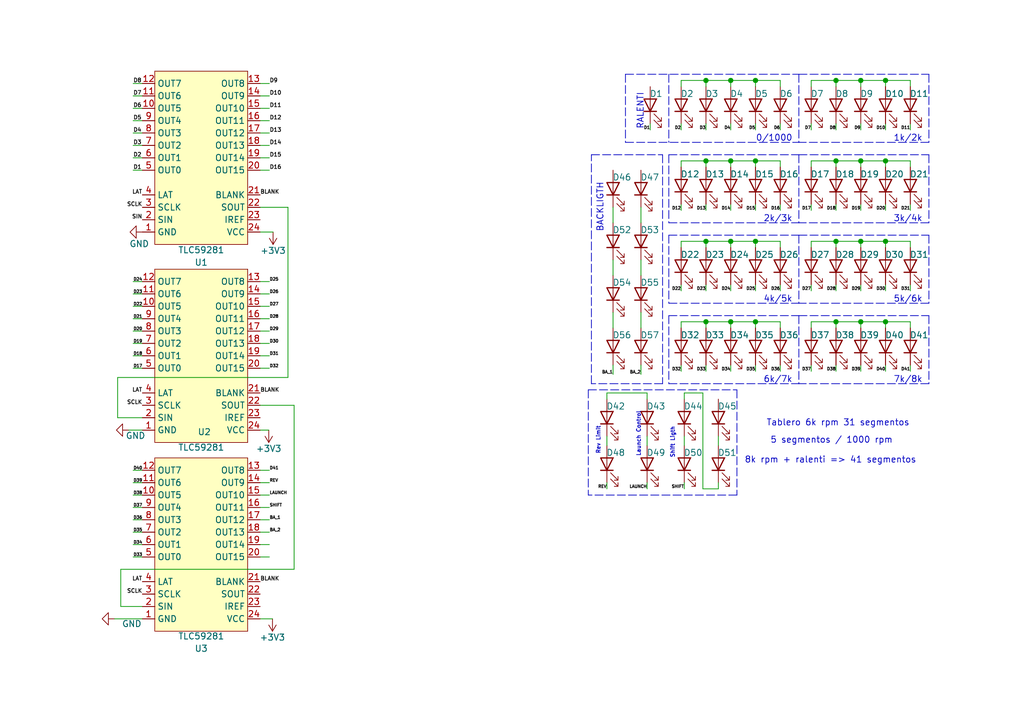
<source format=kicad_sch>
(kicad_sch (version 20210126) (generator eeschema)
  (paper "A5")
  (title_block (title "Tachometer ( 8k rpm max)"))
  (lib_symbols
    (symbol "DashDashv1:TLC59281"
      (property "Reference" "U" (at -8.89 -15.24 0))
      (property "Value" "TLC59281" (at -6.35 -17.78 0))
      (symbol "TLC59281_0_1"
        (rectangle (start -11.43 21.59) (end 7.62 -13.97) (stroke (width 0.1524)) (fill (type background)))
      )
      (symbol "TLC59281_1_1"
        (pin power_in line (at -13.97 19.05 0) (length 2.54) (name "GND") (number "1"))
        (pin output line (at -13.97 -6.35 0) (length 2.54) (name "OUT5") (number "10"))
        (pin output line (at -13.97 -8.89 0) (length 2.54) (name "OUT6") (number "11"))
        (pin output line (at -13.97 -11.43 0) (length 2.54) (name "OUT7") (number "12"))
        (pin output line (at 10.16 -11.43 180) (length 2.54) (name "OUT8") (number "13"))
        (pin output line (at 10.16 -8.89 180) (length 2.54) (name "OUT9") (number "14"))
        (pin output line (at 10.16 -6.35 180) (length 2.54) (name "OUT10") (number "15"))
        (pin output line (at 10.16 -3.81 180) (length 2.54) (name "OUT11") (number "16"))
        (pin output line (at 10.16 -1.27 180) (length 2.54) (name "OUT12") (number "17"))
        (pin output line (at 10.16 1.27 180) (length 2.54) (name "OUT13") (number "18"))
        (pin output line (at 10.16 3.81 180) (length 2.54) (name "OUT14") (number "19"))
        (pin input line (at -13.97 16.51 0) (length 2.54) (name "SIN") (number "2"))
        (pin output line (at 10.16 6.35 180) (length 2.54) (name "OUT15") (number "20"))
        (pin input line (at 10.16 11.43 180) (length 2.54) (name "BLANK") (number "21"))
        (pin output line (at 10.16 13.97 180) (length 2.54) (name "SOUT") (number "22"))
        (pin input line (at 10.16 16.51 180) (length 2.54) (name "IREF") (number "23"))
        (pin power_in line (at 10.16 19.05 180) (length 2.54) (name "VCC") (number "24"))
        (pin input line (at -13.97 13.97 0) (length 2.54) (name "SCLK") (number "3"))
        (pin input line (at -13.97 11.43 0) (length 2.54) (name "LAT") (number "4"))
        (pin output line (at -13.97 6.35 0) (length 2.54) (name "OUT0") (number "5"))
        (pin output line (at -13.97 3.81 0) (length 2.54) (name "OUT1") (number "6"))
        (pin output line (at -13.97 1.27 0) (length 2.54) (name "OUT2") (number "7"))
        (pin output line (at -13.97 -1.27 0) (length 2.54) (name "OUT3") (number "8"))
        (pin output line (at -13.97 -3.81 0) (length 2.54) (name "OUT4") (number "9"))
      )
    )
    (symbol "Device:LED" (pin_numbers hide) (pin_names (offset 1.016) hide)
      (property "Reference" "D" (at 0 2.54 0))
      (property "Value" "LED" (at 0 -2.54 0))
      (symbol "LED_0_1"
        (polyline (pts (xy -1.27 -1.27) (xy -1.27 1.27)) (stroke (width 0.254)))
        (polyline (pts (xy -1.27 0) (xy 1.27 0)))
        (polyline (pts (xy 1.27 -1.27) (xy 1.27 1.27) (xy -1.27 0) (xy 1.27 -1.27)) (stroke (width 0.254)))
        (polyline (pts (xy -3.048 -0.762) (xy -4.572 -2.286) (xy -3.81 -2.286) (xy -4.572 -2.286) (xy -4.572 -1.524)))
        (polyline (pts (xy -1.778 -0.762) (xy -3.302 -2.286) (xy -2.54 -2.286) (xy -3.302 -2.286) (xy -3.302 -1.524)))
      )
      (symbol "LED_1_1"
        (pin passive line (at -3.81 0 0) (length 2.54) (name "K") (number "1"))
        (pin passive line (at 3.81 0 180) (length 2.54) (name "A") (number "2"))
      )
    )
    (symbol "power:+3V3" (power) (pin_names (offset 0))
      (property "Value" "+3V3" (at 0 3.556 0))
      (symbol "+3V3_0_1"
        (polyline (pts (xy -0.762 1.27) (xy 0 2.54)))
        (polyline (pts (xy 0 0) (xy 0 2.54)))
        (polyline (pts (xy 0 2.54) (xy 0.762 1.27)))
      )
      (symbol "+3V3_1_1"
        (pin power_in line (at 0 0 90) (length 0) hide (name "+3V3") (number "1"))
      )
    )
    (symbol "power:GND" (power) (pin_names (offset 0))
      (property "Value" "GND" (at 0 -3.81 0))
      (symbol "GND_0_1"
        (polyline (pts (xy 0 0) (xy 0 -1.27) (xy 1.27 -1.27) (xy 0 -2.54) (xy -1.27 -1.27) (xy 0 -1.27)))
      )
      (symbol "GND_1_1"
        (pin power_in line (at 0 0 270) (length 0) hide (name "GND") (number "1"))
      )
    )
  )
  (junction (at 144.78 16.51) (diameter 0.9144))
  (junction (at 144.78 33.02) (diameter 0.9144))
  (junction (at 144.78 49.53) (diameter 0.9144))
  (junction (at 144.78 66.04) (diameter 0.9144))
  (junction (at 149.86 16.51) (diameter 0.9144))
  (junction (at 149.86 33.02) (diameter 0.9144))
  (junction (at 149.86 49.53) (diameter 0.9144))
  (junction (at 149.86 66.04) (diameter 0.9144))
  (junction (at 154.94 16.51) (diameter 0.9144))
  (junction (at 154.94 33.02) (diameter 0.9144))
  (junction (at 154.94 49.53) (diameter 0.9144))
  (junction (at 154.94 66.04) (diameter 0.9144))
  (junction (at 171.45 16.51) (diameter 0.9144))
  (junction (at 171.45 33.02) (diameter 0.9144))
  (junction (at 171.45 49.53) (diameter 0.9144))
  (junction (at 171.45 66.04) (diameter 0.9144))
  (junction (at 176.53 16.51) (diameter 0.9144))
  (junction (at 176.53 33.02) (diameter 0.9144))
  (junction (at 176.53 49.53) (diameter 0.9144))
  (junction (at 176.53 66.04) (diameter 0.9144))
  (junction (at 181.61 16.51) (diameter 0.9144))
  (junction (at 181.61 33.02) (diameter 0.9144))
  (junction (at 181.61 49.53) (diameter 0.9144))
  (junction (at 181.61 66.04) (diameter 0.9144))
  (wire (pts (xy 24.13 77.47) (xy 24.13 85.725)))
  (wire (pts (xy 24.13 85.725) (xy 29.21 85.725)))
  (wire (pts (xy 24.765 116.84) (xy 24.765 124.46)))
  (wire (pts (xy 24.765 116.84) (xy 60.325 116.84)))
  (wire (pts (xy 24.765 124.46) (xy 29.21 124.46)))
  (wire (pts (xy 29.21 17.145) (xy 27.305 17.145)))
  (wire (pts (xy 29.21 19.685) (xy 27.305 19.685)))
  (wire (pts (xy 29.21 22.225) (xy 27.305 22.225)))
  (wire (pts (xy 29.21 24.765) (xy 27.305 24.765)))
  (wire (pts (xy 29.21 27.305) (xy 27.305 27.305)))
  (wire (pts (xy 29.21 29.845) (xy 27.305 29.845)))
  (wire (pts (xy 29.21 32.385) (xy 27.305 32.385)))
  (wire (pts (xy 29.21 34.925) (xy 27.305 34.925)))
  (wire (pts (xy 29.21 57.785) (xy 27.305 57.785)))
  (wire (pts (xy 29.21 60.325) (xy 27.305 60.325)))
  (wire (pts (xy 29.21 62.865) (xy 27.305 62.865)))
  (wire (pts (xy 29.21 65.405) (xy 27.305 65.405)))
  (wire (pts (xy 29.21 67.945) (xy 27.305 67.945)))
  (wire (pts (xy 29.21 70.485) (xy 27.305 70.485)))
  (wire (pts (xy 29.21 73.025) (xy 27.305 73.025)))
  (wire (pts (xy 29.21 75.565) (xy 27.305 75.565)))
  (wire (pts (xy 29.21 88.265) (xy 26.416 88.265)))
  (wire (pts (xy 29.21 96.52) (xy 27.305 96.52)))
  (wire (pts (xy 29.21 99.06) (xy 27.305 99.06)))
  (wire (pts (xy 29.21 101.6) (xy 27.305 101.6)))
  (wire (pts (xy 29.21 104.14) (xy 27.305 104.14)))
  (wire (pts (xy 29.21 106.68) (xy 27.305 106.68)))
  (wire (pts (xy 29.21 109.22) (xy 27.305 109.22)))
  (wire (pts (xy 29.21 111.76) (xy 27.305 111.76)))
  (wire (pts (xy 29.21 114.3) (xy 27.305 114.3)))
  (wire (pts (xy 29.21 127) (xy 23.495 127)))
  (wire (pts (xy 53.34 42.545) (xy 59.055 42.545)))
  (wire (pts (xy 53.34 83.185) (xy 60.325 83.185)))
  (wire (pts (xy 55.118 88.265) (xy 53.34 88.265)))
  (wire (pts (xy 55.245 17.145) (xy 53.34 17.145)))
  (wire (pts (xy 55.245 19.685) (xy 53.34 19.685)))
  (wire (pts (xy 55.245 22.225) (xy 53.34 22.225)))
  (wire (pts (xy 55.245 24.765) (xy 53.34 24.765)))
  (wire (pts (xy 55.245 27.305) (xy 53.34 27.305)))
  (wire (pts (xy 55.245 29.845) (xy 53.34 29.845)))
  (wire (pts (xy 55.245 32.385) (xy 53.34 32.385)))
  (wire (pts (xy 55.245 34.925) (xy 53.34 34.925)))
  (wire (pts (xy 55.245 57.785) (xy 53.34 57.785)))
  (wire (pts (xy 55.245 60.325) (xy 53.34 60.325)))
  (wire (pts (xy 55.245 62.865) (xy 53.34 62.865)))
  (wire (pts (xy 55.245 65.405) (xy 53.34 65.405)))
  (wire (pts (xy 55.245 67.945) (xy 53.34 67.945)))
  (wire (pts (xy 55.245 70.485) (xy 53.34 70.485)))
  (wire (pts (xy 55.245 73.025) (xy 53.34 73.025)))
  (wire (pts (xy 55.245 75.565) (xy 53.34 75.565)))
  (wire (pts (xy 55.245 96.52) (xy 53.34 96.52)))
  (wire (pts (xy 55.245 99.06) (xy 53.34 99.06)))
  (wire (pts (xy 55.245 101.6) (xy 53.34 101.6)))
  (wire (pts (xy 55.245 104.14) (xy 53.34 104.14)))
  (wire (pts (xy 55.245 106.68) (xy 53.34 106.68)))
  (wire (pts (xy 55.245 109.22) (xy 53.34 109.22)))
  (wire (pts (xy 55.245 111.76) (xy 53.34 111.76)))
  (wire (pts (xy 55.245 114.3) (xy 53.34 114.3)))
  (wire (pts (xy 55.88 127) (xy 53.34 127)))
  (wire (pts (xy 56.007 47.625) (xy 53.34 47.625)))
  (wire (pts (xy 59.055 42.545) (xy 59.055 77.47)))
  (wire (pts (xy 59.055 77.47) (xy 24.13 77.47)))
  (wire (pts (xy 60.325 83.185) (xy 60.325 116.84)))
  (wire (pts (xy 124.46 80.645) (xy 124.46 81.915)))
  (wire (pts (xy 124.46 89.535) (xy 124.46 91.44)))
  (wire (pts (xy 124.46 99.06) (xy 124.46 100.33)))
  (wire (pts (xy 125.73 42.545) (xy 125.73 45.72)))
  (wire (pts (xy 125.73 53.34) (xy 125.73 56.515)))
  (wire (pts (xy 125.73 64.135) (xy 125.73 67.31)))
  (wire (pts (xy 125.73 74.93) (xy 125.73 76.835)))
  (wire (pts (xy 131.445 42.545) (xy 131.445 45.72)))
  (wire (pts (xy 131.445 53.34) (xy 131.445 56.515)))
  (wire (pts (xy 131.445 64.135) (xy 131.445 67.31)))
  (wire (pts (xy 131.445 74.93) (xy 131.445 76.835)))
  (wire (pts (xy 132.715 80.645) (xy 124.46 80.645)))
  (wire (pts (xy 132.715 81.915) (xy 132.715 80.645)))
  (wire (pts (xy 132.715 89.535) (xy 132.715 91.44)))
  (wire (pts (xy 132.715 99.06) (xy 132.715 100.33)))
  (wire (pts (xy 133.35 25.4) (xy 133.35 26.67)))
  (wire (pts (xy 139.7 16.51) (xy 144.78 16.51)))
  (wire (pts (xy 139.7 17.78) (xy 139.7 16.51)))
  (wire (pts (xy 139.7 25.4) (xy 139.7 26.67)))
  (wire (pts (xy 139.7 33.02) (xy 144.78 33.02)))
  (wire (pts (xy 139.7 34.29) (xy 139.7 33.02)))
  (wire (pts (xy 139.7 41.91) (xy 139.7 43.18)))
  (wire (pts (xy 139.7 49.53) (xy 144.78 49.53)))
  (wire (pts (xy 139.7 50.8) (xy 139.7 49.53)))
  (wire (pts (xy 139.7 58.42) (xy 139.7 59.69)))
  (wire (pts (xy 139.7 66.04) (xy 144.78 66.04)))
  (wire (pts (xy 139.7 67.31) (xy 139.7 66.04)))
  (wire (pts (xy 139.7 74.93) (xy 139.7 76.2)))
  (wire (pts (xy 140.335 80.645) (xy 140.335 81.915)))
  (wire (pts (xy 140.335 80.645) (xy 144.145 80.645)))
  (wire (pts (xy 140.335 89.535) (xy 140.335 91.44)))
  (wire (pts (xy 140.335 99.06) (xy 140.335 100.33)))
  (wire (pts (xy 144.145 100.33) (xy 144.145 80.645)))
  (wire (pts (xy 144.78 16.51) (xy 144.78 17.78)))
  (wire (pts (xy 144.78 16.51) (xy 149.86 16.51)))
  (wire (pts (xy 144.78 25.4) (xy 144.78 26.67)))
  (wire (pts (xy 144.78 33.02) (xy 144.78 34.29)))
  (wire (pts (xy 144.78 33.02) (xy 149.86 33.02)))
  (wire (pts (xy 144.78 41.91) (xy 144.78 43.18)))
  (wire (pts (xy 144.78 49.53) (xy 144.78 50.8)))
  (wire (pts (xy 144.78 49.53) (xy 149.86 49.53)))
  (wire (pts (xy 144.78 58.42) (xy 144.78 59.69)))
  (wire (pts (xy 144.78 66.04) (xy 144.78 67.31)))
  (wire (pts (xy 144.78 66.04) (xy 149.86 66.04)))
  (wire (pts (xy 144.78 74.93) (xy 144.78 76.2)))
  (wire (pts (xy 147.32 89.535) (xy 147.32 91.44)))
  (wire (pts (xy 147.32 99.06) (xy 147.32 100.33)))
  (wire (pts (xy 147.32 100.33) (xy 144.145 100.33)))
  (wire (pts (xy 149.86 16.51) (xy 149.86 17.78)))
  (wire (pts (xy 149.86 16.51) (xy 154.94 16.51)))
  (wire (pts (xy 149.86 25.4) (xy 149.86 26.67)))
  (wire (pts (xy 149.86 33.02) (xy 149.86 34.29)))
  (wire (pts (xy 149.86 33.02) (xy 154.94 33.02)))
  (wire (pts (xy 149.86 41.91) (xy 149.86 43.18)))
  (wire (pts (xy 149.86 49.53) (xy 154.94 49.53)))
  (wire (pts (xy 149.86 50.8) (xy 149.86 49.53)))
  (wire (pts (xy 149.86 58.42) (xy 149.86 59.69)))
  (wire (pts (xy 149.86 66.04) (xy 149.86 67.31)))
  (wire (pts (xy 149.86 66.04) (xy 154.94 66.04)))
  (wire (pts (xy 149.86 74.93) (xy 149.86 76.2)))
  (wire (pts (xy 154.94 16.51) (xy 154.94 17.78)))
  (wire (pts (xy 154.94 16.51) (xy 160.02 16.51)))
  (wire (pts (xy 154.94 25.4) (xy 154.94 26.67)))
  (wire (pts (xy 154.94 33.02) (xy 154.94 34.29)))
  (wire (pts (xy 154.94 33.02) (xy 160.02 33.02)))
  (wire (pts (xy 154.94 41.91) (xy 154.94 43.18)))
  (wire (pts (xy 154.94 49.53) (xy 154.94 50.8)))
  (wire (pts (xy 154.94 49.53) (xy 160.02 49.53)))
  (wire (pts (xy 154.94 58.42) (xy 154.94 59.69)))
  (wire (pts (xy 154.94 66.04) (xy 154.94 67.31)))
  (wire (pts (xy 154.94 66.04) (xy 160.02 66.04)))
  (wire (pts (xy 154.94 74.93) (xy 154.94 76.2)))
  (wire (pts (xy 160.02 16.51) (xy 160.02 17.78)))
  (wire (pts (xy 160.02 25.4) (xy 160.02 26.67)))
  (wire (pts (xy 160.02 33.02) (xy 160.02 34.29)))
  (wire (pts (xy 160.02 41.91) (xy 160.02 43.18)))
  (wire (pts (xy 160.02 49.53) (xy 160.02 50.8)))
  (wire (pts (xy 160.02 58.42) (xy 160.02 59.69)))
  (wire (pts (xy 160.02 66.04) (xy 160.02 67.31)))
  (wire (pts (xy 160.02 74.93) (xy 160.02 76.2)))
  (wire (pts (xy 166.37 16.51) (xy 171.45 16.51)))
  (wire (pts (xy 166.37 17.78) (xy 166.37 16.51)))
  (wire (pts (xy 166.37 25.4) (xy 166.37 26.67)))
  (wire (pts (xy 166.37 33.02) (xy 171.45 33.02)))
  (wire (pts (xy 166.37 34.29) (xy 166.37 33.02)))
  (wire (pts (xy 166.37 41.91) (xy 166.37 43.18)))
  (wire (pts (xy 166.37 49.53) (xy 171.45 49.53)))
  (wire (pts (xy 166.37 50.8) (xy 166.37 49.53)))
  (wire (pts (xy 166.37 58.42) (xy 166.37 59.69)))
  (wire (pts (xy 166.37 66.04) (xy 166.37 67.31)))
  (wire (pts (xy 166.37 66.04) (xy 171.45 66.04)))
  (wire (pts (xy 166.37 74.93) (xy 166.37 76.2)))
  (wire (pts (xy 171.45 16.51) (xy 171.45 17.78)))
  (wire (pts (xy 171.45 16.51) (xy 176.53 16.51)))
  (wire (pts (xy 171.45 25.4) (xy 171.45 26.67)))
  (wire (pts (xy 171.45 33.02) (xy 171.45 34.29)))
  (wire (pts (xy 171.45 33.02) (xy 176.53 33.02)))
  (wire (pts (xy 171.45 41.91) (xy 171.45 43.18)))
  (wire (pts (xy 171.45 49.53) (xy 171.45 50.8)))
  (wire (pts (xy 171.45 49.53) (xy 176.53 49.53)))
  (wire (pts (xy 171.45 58.42) (xy 171.45 59.69)))
  (wire (pts (xy 171.45 66.04) (xy 171.45 67.31)))
  (wire (pts (xy 171.45 66.04) (xy 176.53 66.04)))
  (wire (pts (xy 171.45 74.93) (xy 171.45 76.2)))
  (wire (pts (xy 176.53 16.51) (xy 176.53 17.78)))
  (wire (pts (xy 176.53 16.51) (xy 181.61 16.51)))
  (wire (pts (xy 176.53 25.4) (xy 176.53 26.67)))
  (wire (pts (xy 176.53 33.02) (xy 176.53 34.29)))
  (wire (pts (xy 176.53 33.02) (xy 181.61 33.02)))
  (wire (pts (xy 176.53 41.91) (xy 176.53 43.18)))
  (wire (pts (xy 176.53 49.53) (xy 176.53 50.8)))
  (wire (pts (xy 176.53 49.53) (xy 181.61 49.53)))
  (wire (pts (xy 176.53 58.42) (xy 176.53 59.69)))
  (wire (pts (xy 176.53 66.04) (xy 176.53 67.31)))
  (wire (pts (xy 176.53 66.04) (xy 181.61 66.04)))
  (wire (pts (xy 176.53 74.93) (xy 176.53 76.2)))
  (wire (pts (xy 181.61 16.51) (xy 181.61 17.78)))
  (wire (pts (xy 181.61 16.51) (xy 186.69 16.51)))
  (wire (pts (xy 181.61 25.4) (xy 181.61 26.67)))
  (wire (pts (xy 181.61 33.02) (xy 186.69 33.02)))
  (wire (pts (xy 181.61 34.29) (xy 181.61 33.02)))
  (wire (pts (xy 181.61 41.91) (xy 181.61 43.18)))
  (wire (pts (xy 181.61 49.53) (xy 181.61 50.8)))
  (wire (pts (xy 181.61 49.53) (xy 186.69 49.53)))
  (wire (pts (xy 181.61 58.42) (xy 181.61 59.69)))
  (wire (pts (xy 181.61 66.04) (xy 181.61 67.31)))
  (wire (pts (xy 181.61 66.04) (xy 186.69 66.04)))
  (wire (pts (xy 181.61 74.93) (xy 181.61 76.2)))
  (wire (pts (xy 186.69 16.51) (xy 186.69 17.78)))
  (wire (pts (xy 186.69 25.4) (xy 186.69 26.67)))
  (wire (pts (xy 186.69 33.02) (xy 186.69 34.29)))
  (wire (pts (xy 186.69 41.91) (xy 186.69 43.18)))
  (wire (pts (xy 186.69 49.53) (xy 186.69 50.8)))
  (wire (pts (xy 186.69 58.42) (xy 186.69 59.69)))
  (wire (pts (xy 186.69 66.04) (xy 186.69 67.31)))
  (wire (pts (xy 186.69 74.93) (xy 186.69 76.2)))
  (polyline (pts (xy 120.65 80.01) (xy 120.65 101.6)) (stroke (width 0) (type dash)))
  (polyline (pts (xy 120.65 80.01) (xy 151.13 80.01)) (stroke (width 0) (type dash)))
  (polyline (pts (xy 121.285 31.75) (xy 135.89 31.75)) (stroke (width 0) (type dash)))
  (polyline (pts (xy 121.285 78.74) (xy 121.285 31.75)) (stroke (width 0) (type dash)))
  (polyline (pts (xy 128.27 15.24) (xy 128.27 29.21)) (stroke (width 0) (type dash)))
  (polyline (pts (xy 128.27 15.24) (xy 163.83 15.24)) (stroke (width 0) (type dash)))
  (polyline (pts (xy 128.27 29.21) (xy 163.83 29.21)) (stroke (width 0) (type dash)))
  (polyline (pts (xy 135.89 31.75) (xy 135.89 78.74)) (stroke (width 0) (type dash)))
  (polyline (pts (xy 135.89 78.74) (xy 121.285 78.74)) (stroke (width 0) (type dash)))
  (polyline (pts (xy 137.16 15.24) (xy 137.16 29.21)) (stroke (width 0) (type dash)))
  (polyline (pts (xy 137.16 31.75) (xy 137.16 45.72)) (stroke (width 0) (type dash)))
  (polyline (pts (xy 137.16 31.75) (xy 163.83 31.75)) (stroke (width 0) (type dash)))
  (polyline (pts (xy 137.16 45.72) (xy 163.83 45.72)) (stroke (width 0) (type dash)))
  (polyline (pts (xy 137.16 48.26) (xy 137.16 62.23)) (stroke (width 0) (type dash)))
  (polyline (pts (xy 137.16 48.26) (xy 163.83 48.26)) (stroke (width 0) (type dash)))
  (polyline (pts (xy 137.16 62.23) (xy 163.83 62.23)) (stroke (width 0) (type dash)))
  (polyline (pts (xy 137.16 64.77) (xy 137.16 78.74)) (stroke (width 0) (type dash)))
  (polyline (pts (xy 137.16 64.77) (xy 163.83 64.77)) (stroke (width 0) (type dash)))
  (polyline (pts (xy 137.16 78.74) (xy 163.83 78.74)) (stroke (width 0) (type dash)))
  (polyline (pts (xy 151.13 80.01) (xy 151.13 101.6)) (stroke (width 0) (type dash)))
  (polyline (pts (xy 151.13 101.6) (xy 120.65 101.6)) (stroke (width 0) (type dash)))
  (polyline (pts (xy 163.83 15.24) (xy 163.83 29.21)) (stroke (width 0) (type dash)))
  (polyline (pts (xy 163.83 15.24) (xy 190.5 15.24)) (stroke (width 0) (type dash)))
  (polyline (pts (xy 163.83 31.75) (xy 163.83 45.72)) (stroke (width 0) (type dash)))
  (polyline (pts (xy 163.83 31.75) (xy 190.5 31.75)) (stroke (width 0) (type dash)))
  (polyline (pts (xy 163.83 48.26) (xy 163.83 62.23)) (stroke (width 0) (type dash)))
  (polyline (pts (xy 163.83 48.26) (xy 190.5 48.26)) (stroke (width 0) (type dash)))
  (polyline (pts (xy 163.83 64.77) (xy 163.83 78.74)) (stroke (width 0) (type dash)))
  (polyline (pts (xy 163.83 64.77) (xy 190.5 64.77)) (stroke (width 0) (type dash)))
  (polyline (pts (xy 190.5 15.24) (xy 190.5 29.21)) (stroke (width 0) (type dash)))
  (polyline (pts (xy 190.5 29.21) (xy 163.83 29.21)) (stroke (width 0) (type dash)))
  (polyline (pts (xy 190.5 31.75) (xy 190.5 45.72)) (stroke (width 0) (type dash)))
  (polyline (pts (xy 190.5 45.72) (xy 163.83 45.72)) (stroke (width 0) (type dash)))
  (polyline (pts (xy 190.5 48.26) (xy 190.5 62.23)) (stroke (width 0) (type dash)))
  (polyline (pts (xy 190.5 62.23) (xy 163.83 62.23)) (stroke (width 0) (type dash)))
  (polyline (pts (xy 190.5 64.77) (xy 190.5 78.74)) (stroke (width 0) (type dash)))
  (polyline (pts (xy 190.5 78.74) (xy 163.83 78.74)) (stroke (width 0) (type dash)))
  (text "Rev Limit" (at 123.19 93.345 90) (effects (font (size 0.8 0.8)) (justify left bottom)))
  (text "BACKLIGTH" (at 123.825 37.465 270) (effects (font (size 1.27 1.27)) (justify right bottom)))
  (text "Launch Control" (at 131.445 84.455 270) (effects (font (size 0.8 0.8)) (justify right bottom)))
  (text "RALENTI" (at 132.08 19.05 270) (effects (font (size 1.27 1.27)) (justify right bottom)))
  (text "Shift Ligth" (at 138.43 87.63 270) (effects (font (size 0.8 0.8)) (justify right bottom)))
  (text "0/1000" (at 162.56 29.21 180) (effects (font (size 1.27 1.27)) (justify right bottom)))
  (text "2k/3k" (at 162.56 45.72 180) (effects (font (size 1.27 1.27)) (justify right bottom)))
  (text "4k/5k" (at 162.56 62.23 180) (effects (font (size 1.27 1.27)) (justify right bottom)))
  (text "6k/7k" (at 162.56 78.74 180) (effects (font (size 1.27 1.27)) (justify right bottom)))
  (text "5 segmentos / 1000 rpm" (at 183.134 91.186 180) (effects (font (size 1.27 1.27)) (justify right bottom)))
  (text "Tablero 6k rpm 31 segmentos" (at 186.563 87.63 180) (effects (font (size 1.27 1.27)) (justify right bottom)))
  (text "8k rpm + ralenti => 41 segmentos" (at 187.96 95.25 180) (effects (font (size 1.27 1.27)) (justify right bottom)))
  (text "1k/2k" (at 189.23 29.21 180) (effects (font (size 1.27 1.27)) (justify right bottom)))
  (text "3k/4k" (at 189.23 45.72 180) (effects (font (size 1.27 1.27)) (justify right bottom)))
  (text "5k/6k" (at 189.23 62.23 180) (effects (font (size 1.27 1.27)) (justify right bottom)))
  (text "7k/8k" (at 189.23 78.74 180) (effects (font (size 1.27 1.27)) (justify right bottom)))
  (label "D8" (at 27.305 17.145 0) (effects (font (size 0.8 0.8))))
  (label "D7" (at 27.305 19.685 0) (effects (font (size 0.8 0.8))))
  (label "D6" (at 27.305 22.225 0) (effects (font (size 0.8 0.8))))
  (label "D5" (at 27.305 24.765 0) (effects (font (size 0.8 0.8))))
  (label "D4" (at 27.305 27.305 0) (effects (font (size 0.8 0.8))))
  (label "D3" (at 27.305 29.845 0) (effects (font (size 0.8 0.8))))
  (label "D2" (at 27.305 32.385 0) (effects (font (size 0.8 0.8))))
  (label "D1" (at 27.305 34.925 0) (effects (font (size 0.8 0.8))))
  (label "D24" (at 27.305 57.785 0) (effects (font (size 0.6 0.6))))
  (label "D23" (at 27.305 60.325 0) (effects (font (size 0.6 0.6))))
  (label "D22" (at 27.305 62.865 0) (effects (font (size 0.6 0.6))))
  (label "D21" (at 27.305 65.405 0) (effects (font (size 0.6 0.6))))
  (label "D20" (at 27.305 67.945 0) (effects (font (size 0.6 0.6))))
  (label "D19" (at 27.305 70.485 0) (effects (font (size 0.6 0.6))))
  (label "D18" (at 27.305 73.025 0) (effects (font (size 0.6 0.6))))
  (label "D17" (at 27.305 75.565 0) (effects (font (size 0.6 0.6))))
  (label "D40" (at 27.305 96.52 0) (effects (font (size 0.6 0.6))))
  (label "D39" (at 27.305 99.06 0) (effects (font (size 0.6 0.6))))
  (label "D38" (at 27.305 101.6 0) (effects (font (size 0.6 0.6))))
  (label "D37" (at 27.305 104.14 0) (effects (font (size 0.6 0.6))))
  (label "D36" (at 27.305 106.68 0) (effects (font (size 0.6 0.6))))
  (label "D35" (at 27.305 109.22 0) (effects (font (size 0.6 0.6))))
  (label "D34" (at 27.305 111.76 0) (effects (font (size 0.6 0.6))))
  (label "D33" (at 27.305 114.3 0) (effects (font (size 0.6 0.6))))
  (label "LAT" (at 29.21 40.005 180) (effects (font (size 0.8 0.8))))
  (label "SCLK" (at 29.21 42.545 180) (effects (font (size 0.8 0.8))))
  (label "SIN" (at 29.21 45.085 180) (effects (font (size 0.8 0.8))))
  (label "LAT" (at 29.21 80.645 180) (effects (font (size 0.8 0.8))))
  (label "SCLK" (at 29.21 83.185 180) (effects (font (size 0.8 0.8))))
  (label "LAT" (at 29.21 119.38 180) (effects (font (size 0.8 0.8))))
  (label "SCLK" (at 29.21 121.92 180) (effects (font (size 0.8 0.8))))
  (label "BLANK" (at 53.34 40.005 0) (effects (font (size 0.8 0.8))))
  (label "BLANK" (at 53.34 80.645 0) (effects (font (size 0.8 0.8))))
  (label "BLANK" (at 53.34 119.38 0) (effects (font (size 0.8 0.8))))
  (label "D9" (at 55.245 17.145 0) (effects (font (size 0.8 0.8))))
  (label "D10" (at 55.245 19.685 0) (effects (font (size 0.8 0.8))))
  (label "D11" (at 55.245 22.225 0) (effects (font (size 0.8 0.8))))
  (label "D12" (at 55.245 24.765 0) (effects (font (size 0.8 0.8))))
  (label "D13" (at 55.245 27.305 0) (effects (font (size 0.8 0.8))))
  (label "D14" (at 55.245 29.845 0) (effects (font (size 0.8 0.8))))
  (label "D15" (at 55.245 32.385 0) (effects (font (size 0.8 0.8))))
  (label "D16" (at 55.245 34.925 0) (effects (font (size 0.8 0.8))))
  (label "D25" (at 55.245 57.785 0) (effects (font (size 0.6 0.6))))
  (label "D26" (at 55.245 60.325 0) (effects (font (size 0.6 0.6))))
  (label "D27" (at 55.245 62.865 0) (effects (font (size 0.6 0.6))))
  (label "D28" (at 55.245 65.405 0) (effects (font (size 0.6 0.6))))
  (label "D29" (at 55.245 67.945 0) (effects (font (size 0.6 0.6))))
  (label "D30" (at 55.245 70.485 0) (effects (font (size 0.6 0.6))))
  (label "D31" (at 55.245 73.025 0) (effects (font (size 0.6 0.6))))
  (label "D32" (at 55.245 75.565 0) (effects (font (size 0.6 0.6))))
  (label "D41" (at 55.245 96.52 0) (effects (font (size 0.6 0.6))))
  (label "REV" (at 55.245 99.06 0) (effects (font (size 0.6 0.6))))
  (label "LAUNCH" (at 55.245 101.6 0) (effects (font (size 0.6 0.6))))
  (label "SHIFT" (at 55.245 104.14 0) (effects (font (size 0.6 0.6))))
  (label "BA_1" (at 55.245 106.68 0) (effects (font (size 0.6 0.6))))
  (label "BA_2" (at 55.245 109.22 0) (effects (font (size 0.6 0.6))))
  (label "REV" (at 124.46 100.33 180) (effects (font (size 0.6 0.6))))
  (label "BA_1" (at 125.73 76.835 180) (effects (font (size 0.6 0.6))))
  (label "BA_2" (at 131.445 76.835 180) (effects (font (size 0.6 0.6))))
  (label "LAUNCH" (at 132.715 100.33 180) (effects (font (size 0.6 0.6))))
  (label "D1" (at 133.35 26.67 180) (effects (font (size 0.6 0.6))))
  (label "D2" (at 139.7 26.67 180) (effects (font (size 0.6 0.6))))
  (label "D12" (at 139.7 43.18 180) (effects (font (size 0.6 0.6))))
  (label "D22" (at 139.7 59.69 180) (effects (font (size 0.6 0.6))))
  (label "D32" (at 139.7 76.2 180) (effects (font (size 0.6 0.6))))
  (label "SHIFT" (at 140.335 100.33 180) (effects (font (size 0.6 0.6))))
  (label "D3" (at 144.78 26.67 180) (effects (font (size 0.6 0.6))))
  (label "D13" (at 144.78 43.18 180) (effects (font (size 0.6 0.6))))
  (label "D23" (at 144.78 59.69 180) (effects (font (size 0.6 0.6))))
  (label "D33" (at 144.78 76.2 180) (effects (font (size 0.6 0.6))))
  (label "D4" (at 149.86 26.67 180) (effects (font (size 0.6 0.6))))
  (label "D14" (at 149.86 43.18 180) (effects (font (size 0.6 0.6))))
  (label "D24" (at 149.86 59.69 180) (effects (font (size 0.6 0.6))))
  (label "D34" (at 149.86 76.2 180) (effects (font (size 0.6 0.6))))
  (label "D5" (at 154.94 26.67 180) (effects (font (size 0.6 0.6))))
  (label "D15" (at 154.94 43.18 180) (effects (font (size 0.6 0.6))))
  (label "D25" (at 154.94 59.69 180) (effects (font (size 0.6 0.6))))
  (label "D35" (at 154.94 76.2 180) (effects (font (size 0.6 0.6))))
  (label "D6" (at 160.02 26.67 180) (effects (font (size 0.6 0.6))))
  (label "D16" (at 160.02 43.18 180) (effects (font (size 0.6 0.6))))
  (label "D26" (at 160.02 59.69 180) (effects (font (size 0.6 0.6))))
  (label "D36" (at 160.02 76.2 180) (effects (font (size 0.6 0.6))))
  (label "D7" (at 166.37 26.67 180) (effects (font (size 0.6 0.6))))
  (label "D17" (at 166.37 43.18 180) (effects (font (size 0.6 0.6))))
  (label "D27" (at 166.37 59.69 180) (effects (font (size 0.6 0.6))))
  (label "D37" (at 166.37 76.2 180) (effects (font (size 0.6 0.6))))
  (label "D8" (at 171.45 26.67 180) (effects (font (size 0.6 0.6))))
  (label "D18" (at 171.45 43.18 180) (effects (font (size 0.6 0.6))))
  (label "D28" (at 171.45 59.69 180) (effects (font (size 0.6 0.6))))
  (label "D38" (at 171.45 76.2 180) (effects (font (size 0.6 0.6))))
  (label "D9" (at 176.53 26.67 180) (effects (font (size 0.6 0.6))))
  (label "D19" (at 176.53 43.18 180) (effects (font (size 0.6 0.6))))
  (label "D29" (at 176.53 59.69 180) (effects (font (size 0.6 0.6))))
  (label "D39" (at 176.53 76.2 180) (effects (font (size 0.6 0.6))))
  (label "D10" (at 181.61 26.67 180) (effects (font (size 0.6 0.6))))
  (label "D20" (at 181.61 43.18 180) (effects (font (size 0.6 0.6))))
  (label "D30" (at 181.61 59.69 180) (effects (font (size 0.6 0.6))))
  (label "D40" (at 181.61 76.2 180) (effects (font (size 0.6 0.6))))
  (label "D11" (at 186.69 26.67 180) (effects (font (size 0.6 0.6))))
  (label "D21" (at 186.69 43.18 180) (effects (font (size 0.6 0.6))))
  (label "D31" (at 186.69 59.69 180) (effects (font (size 0.6 0.6))))
  (label "D41" (at 186.69 76.2 180) (effects (font (size 0.6 0.6))))
  (symbol (lib_id "power:+3V3") (at 55.118 88.265 180) (unit 1)
    (property "Reference" "#PWR04" (effects hide))
    (property "Value" "+3V3" (at 55.118 92.075 0))
  )
  (symbol (lib_id "power:+3V3") (at 55.88 127 180) (unit 1)
    (property "Reference" "#PWR06" (effects hide))
    (property "Value" "+3V3" (at 55.88 130.81 0))
  )
  (symbol (lib_id "power:+3V3") (at 56.007 47.625 180) (unit 1)
    (property "Reference" "#PWR02" (effects hide))
    (property "Value" "+3V3" (at 56.007 51.435 0))
  )
  (symbol (lib_id "power:GND") (at 23.495 127 270) (unit 1)
    (property "Reference" "#PWR05" (effects hide))
    (property "Value" "GND" (at 29.083 128.0161 90) (effects (justify right)))
  )
  (symbol (lib_id "power:GND") (at 26.416 88.265 270) (unit 1)
    (property "Reference" "#PWR03" (effects hide))
    (property "Value" "GND" (at 29.845 89.4081 90) (effects (justify right)))
  )
  (symbol (lib_id "power:GND") (at 29.21 47.625 270) (unit 1)
    (property "Reference" "#PWR01" (effects hide))
    (property "Value" "GND" (at 30.607 50.0381 90) (effects (justify right)))
  )
  (symbol (lib_id "Device:LED") (at 124.46 85.725 90) (unit 1)
    (property "Reference" "D42" (at 124.333 83.3754 90) (effects (justify right)))
    (property "Value" "LED" (effects hide))
    (property "Footprint" "LED_SMD:LED_0805_2012Metric_Castellated" (effects hide))
    (property "LCSC" "C205447" (effects hide))
  )
  (symbol (lib_id "Device:LED") (at 124.46 95.25 90) (unit 1)
    (property "Reference" "D48" (at 124.333 92.9004 90) (effects (justify right)))
    (property "Value" "LED" (effects hide))
    (property "Footprint" "LED_SMD:LED_0805_2012Metric_Castellated" (effects hide))
    (property "LCSC" "C205447" (effects hide))
  )
  (symbol (lib_id "Device:LED") (at 125.73 38.735 90) (unit 1)
    (property "Reference" "D46" (at 125.603 36.3854 90) (effects (justify right)))
    (property "Value" "LED" (effects hide))
    (property "Footprint" "LED_SMD:LED_0805_2012Metric_Castellated" (effects hide))
    (property "LCSC" "C205447" (effects hide))
  )
  (symbol (lib_id "Device:LED") (at 125.73 49.53 90) (unit 1)
    (property "Reference" "D52" (at 125.603 47.1804 90) (effects (justify right)))
    (property "Value" "LED" (effects hide))
    (property "Footprint" "LED_SMD:LED_0805_2012Metric_Castellated" (effects hide))
    (property "LCSC" "C205447" (effects hide))
  )
  (symbol (lib_id "Device:LED") (at 125.73 60.325 90) (unit 1)
    (property "Reference" "D54" (at 125.603 57.9754 90) (effects (justify right)))
    (property "Value" "LED" (effects hide))
    (property "Footprint" "LED_SMD:LED_0805_2012Metric_Castellated" (effects hide))
    (property "LCSC" "C205447" (effects hide))
  )
  (symbol (lib_id "Device:LED") (at 125.73 71.12 90) (unit 1)
    (property "Reference" "D56" (at 125.603 68.7704 90) (effects (justify right)))
    (property "Value" "LED" (effects hide))
    (property "Footprint" "LED_SMD:LED_0805_2012Metric_Castellated" (effects hide))
    (property "LCSC" "C205447" (effects hide))
  )
  (symbol (lib_id "Device:LED") (at 131.445 38.735 90) (unit 1)
    (property "Reference" "D47" (at 131.318 36.3854 90) (effects (justify right)))
    (property "Value" "LED" (effects hide))
    (property "Footprint" "LED_SMD:LED_0805_2012Metric_Castellated" (effects hide))
    (property "LCSC" "C205447" (effects hide))
  )
  (symbol (lib_id "Device:LED") (at 131.445 49.53 90) (unit 1)
    (property "Reference" "D53" (at 131.318 47.1804 90) (effects (justify right)))
    (property "Value" "LED" (effects hide))
    (property "Footprint" "LED_SMD:LED_0805_2012Metric_Castellated" (effects hide))
    (property "LCSC" "C205447" (effects hide))
  )
  (symbol (lib_id "Device:LED") (at 131.445 60.325 90) (unit 1)
    (property "Reference" "D55" (at 131.318 57.9754 90) (effects (justify right)))
    (property "Value" "LED" (effects hide))
    (property "Footprint" "LED_SMD:LED_0805_2012Metric_Castellated" (effects hide))
    (property "LCSC" "C205447" (effects hide))
  )
  (symbol (lib_id "Device:LED") (at 131.445 71.12 90) (unit 1)
    (property "Reference" "D57" (at 131.318 68.7704 90) (effects (justify right)))
    (property "Value" "LED" (effects hide))
    (property "Footprint" "LED_SMD:LED_0805_2012Metric_Castellated" (effects hide))
    (property "LCSC" "C205447" (effects hide))
  )
  (symbol (lib_id "Device:LED") (at 132.715 85.725 90) (unit 1)
    (property "Reference" "D43" (at 132.588 83.3754 90) (effects (justify right)))
    (property "Value" "LED" (effects hide))
    (property "Footprint" "LED_SMD:LED_0805_2012Metric_Castellated" (effects hide))
    (property "LCSC" "C205447" (effects hide))
  )
  (symbol (lib_id "Device:LED") (at 132.715 95.25 90) (unit 1)
    (property "Reference" "D49" (at 132.588 92.9004 90) (effects (justify right)))
    (property "Value" "LED" (effects hide))
    (property "Footprint" "LED_SMD:LED_0805_2012Metric_Castellated" (effects hide))
    (property "LCSC" "C205447" (effects hide))
  )
  (symbol (lib_id "Device:LED") (at 133.35 21.59 90) (unit 1)
    (property "Reference" "D1" (at 133.223 19.2404 90) (effects (justify right)))
    (property "Value" "LED" (effects hide))
    (property "Footprint" "LED_SMD:LED_0805_2012Metric_Castellated" (effects hide))
    (property "LCSC" "C205447" (effects hide))
  )
  (symbol (lib_id "Device:LED") (at 139.7 21.59 90) (unit 1)
    (property "Reference" "D2" (at 139.573 19.2404 90) (effects (justify right)))
    (property "Value" "LED" (effects hide))
    (property "Footprint" "LED_SMD:LED_0805_2012Metric_Castellated" (effects hide))
    (property "LCSC" "C205447" (effects hide))
  )
  (symbol (lib_id "Device:LED") (at 139.7 38.1 90) (unit 1)
    (property "Reference" "D12" (at 139.573 35.7504 90) (effects (justify right)))
    (property "Value" "LED" (effects hide))
    (property "Footprint" "LED_SMD:LED_0805_2012Metric_Castellated" (effects hide))
    (property "LCSC" "C205447" (effects hide))
  )
  (symbol (lib_id "Device:LED") (at 139.7 54.61 90) (unit 1)
    (property "Reference" "D22" (at 139.573 52.2604 90) (effects (justify right)))
    (property "Value" "LED" (effects hide))
    (property "Footprint" "LED_SMD:LED_0805_2012Metric_Castellated" (effects hide))
    (property "LCSC" "C205447" (effects hide))
  )
  (symbol (lib_id "Device:LED") (at 139.7 71.12 90) (unit 1)
    (property "Reference" "D32" (at 139.573 68.7704 90) (effects (justify right)))
    (property "Value" "LED" (effects hide))
    (property "Footprint" "LED_SMD:LED_0805_2012Metric_Castellated" (effects hide))
    (property "LCSC" "C205447" (effects hide))
  )
  (symbol (lib_id "Device:LED") (at 140.335 85.725 90) (unit 1)
    (property "Reference" "D44" (at 140.208 83.3754 90) (effects (justify right)))
    (property "Value" "LED" (effects hide))
    (property "Footprint" "LED_SMD:LED_0805_2012Metric_Castellated" (effects hide))
    (property "LCSC" "C205447" (effects hide))
  )
  (symbol (lib_id "Device:LED") (at 140.335 95.25 90) (unit 1)
    (property "Reference" "D50" (at 140.208 92.9004 90) (effects (justify right)))
    (property "Value" "LED" (effects hide))
    (property "Footprint" "LED_SMD:LED_0805_2012Metric_Castellated" (effects hide))
    (property "LCSC" "C205447" (effects hide))
  )
  (symbol (lib_id "Device:LED") (at 144.78 21.59 90) (unit 1)
    (property "Reference" "D3" (at 144.653 19.2404 90) (effects (justify right)))
    (property "Value" "LED" (effects hide))
    (property "Footprint" "LED_SMD:LED_0805_2012Metric_Castellated" (effects hide))
    (property "LCSC" "C205447" (effects hide))
  )
  (symbol (lib_id "Device:LED") (at 144.78 38.1 90) (unit 1)
    (property "Reference" "D13" (at 144.653 35.7504 90) (effects (justify right)))
    (property "Value" "LED" (effects hide))
    (property "Footprint" "LED_SMD:LED_0805_2012Metric_Castellated" (effects hide))
    (property "LCSC" "C205447" (effects hide))
  )
  (symbol (lib_id "Device:LED") (at 144.78 54.61 90) (unit 1)
    (property "Reference" "D23" (at 144.653 52.2604 90) (effects (justify right)))
    (property "Value" "LED" (effects hide))
    (property "Footprint" "LED_SMD:LED_0805_2012Metric_Castellated" (effects hide))
    (property "LCSC" "C205447" (effects hide))
  )
  (symbol (lib_id "Device:LED") (at 144.78 71.12 90) (unit 1)
    (property "Reference" "D33" (at 144.653 68.7704 90) (effects (justify right)))
    (property "Value" "LED" (effects hide))
    (property "Footprint" "LED_SMD:LED_0805_2012Metric_Castellated" (effects hide))
    (property "LCSC" "C205447" (effects hide))
  )
  (symbol (lib_id "Device:LED") (at 147.32 85.725 90) (unit 1)
    (property "Reference" "D45" (at 147.193 83.3754 90) (effects (justify right)))
    (property "Value" "LED" (effects hide))
    (property "Footprint" "LED_SMD:LED_0805_2012Metric_Castellated" (effects hide))
    (property "LCSC" "C205447" (effects hide))
  )
  (symbol (lib_id "Device:LED") (at 147.32 95.25 90) (unit 1)
    (property "Reference" "D51" (at 147.193 92.9004 90) (effects (justify right)))
    (property "Value" "LED" (effects hide))
    (property "Footprint" "LED_SMD:LED_0805_2012Metric_Castellated" (effects hide))
    (property "LCSC" "C205447" (effects hide))
  )
  (symbol (lib_id "Device:LED") (at 149.86 21.59 90) (unit 1)
    (property "Reference" "D4" (at 149.733 19.2404 90) (effects (justify right)))
    (property "Value" "LED" (effects hide))
    (property "Footprint" "LED_SMD:LED_0805_2012Metric_Castellated" (effects hide))
    (property "LCSC" "C205447" (effects hide))
  )
  (symbol (lib_id "Device:LED") (at 149.86 38.1 90) (unit 1)
    (property "Reference" "D14" (at 149.733 35.7504 90) (effects (justify right)))
    (property "Value" "LED" (effects hide))
    (property "Footprint" "LED_SMD:LED_0805_2012Metric_Castellated" (effects hide))
    (property "LCSC" "C205447" (effects hide))
  )
  (symbol (lib_id "Device:LED") (at 149.86 54.61 90) (unit 1)
    (property "Reference" "D24" (at 149.733 52.2604 90) (effects (justify right)))
    (property "Value" "LED" (effects hide))
    (property "Footprint" "LED_SMD:LED_0805_2012Metric_Castellated" (effects hide))
    (property "LCSC" "C205447" (effects hide))
  )
  (symbol (lib_id "Device:LED") (at 149.86 71.12 90) (unit 1)
    (property "Reference" "D34" (at 149.733 68.7704 90) (effects (justify right)))
    (property "Value" "LED" (effects hide))
    (property "Footprint" "LED_SMD:LED_0805_2012Metric_Castellated" (effects hide))
    (property "LCSC" "C205447" (effects hide))
  )
  (symbol (lib_id "Device:LED") (at 154.94 21.59 90) (unit 1)
    (property "Reference" "D5" (at 154.813 19.2404 90) (effects (justify right)))
    (property "Value" "LED" (effects hide))
    (property "Footprint" "LED_SMD:LED_0805_2012Metric_Castellated" (effects hide))
    (property "LCSC" "C205447" (effects hide))
  )
  (symbol (lib_id "Device:LED") (at 154.94 38.1 90) (unit 1)
    (property "Reference" "D15" (at 154.813 35.7504 90) (effects (justify right)))
    (property "Value" "LED" (effects hide))
    (property "Footprint" "LED_SMD:LED_0805_2012Metric_Castellated" (effects hide))
    (property "LCSC" "C205447" (effects hide))
  )
  (symbol (lib_id "Device:LED") (at 154.94 54.61 90) (unit 1)
    (property "Reference" "D25" (at 154.813 52.2604 90) (effects (justify right)))
    (property "Value" "LED" (effects hide))
    (property "Footprint" "LED_SMD:LED_0805_2012Metric_Castellated" (effects hide))
    (property "LCSC" "C205447" (effects hide))
  )
  (symbol (lib_id "Device:LED") (at 154.94 71.12 90) (unit 1)
    (property "Reference" "D35" (at 154.813 68.7704 90) (effects (justify right)))
    (property "Value" "LED" (effects hide))
    (property "Footprint" "LED_SMD:LED_0805_2012Metric_Castellated" (effects hide))
    (property "LCSC" "C205447" (effects hide))
  )
  (symbol (lib_id "Device:LED") (at 160.02 21.59 90) (unit 1)
    (property "Reference" "D6" (at 159.893 19.2404 90) (effects (justify right)))
    (property "Value" "LED" (effects hide))
    (property "Footprint" "LED_SMD:LED_0805_2012Metric_Castellated" (effects hide))
    (property "LCSC" "C205447" (effects hide))
  )
  (symbol (lib_id "Device:LED") (at 160.02 38.1 90) (unit 1)
    (property "Reference" "D16" (at 159.893 35.7504 90) (effects (justify right)))
    (property "Value" "LED" (effects hide))
    (property "Footprint" "LED_SMD:LED_0805_2012Metric_Castellated" (effects hide))
    (property "LCSC" "C205447" (effects hide))
  )
  (symbol (lib_id "Device:LED") (at 160.02 54.61 90) (unit 1)
    (property "Reference" "D26" (at 159.893 52.2604 90) (effects (justify right)))
    (property "Value" "LED" (effects hide))
    (property "Footprint" "LED_SMD:LED_0805_2012Metric_Castellated" (effects hide))
    (property "LCSC" "C205447" (effects hide))
  )
  (symbol (lib_id "Device:LED") (at 160.02 71.12 90) (unit 1)
    (property "Reference" "D36" (at 159.893 68.7704 90) (effects (justify right)))
    (property "Value" "LED" (effects hide))
    (property "Footprint" "LED_SMD:LED_0805_2012Metric_Castellated" (effects hide))
    (property "LCSC" "C205447" (effects hide))
  )
  (symbol (lib_id "Device:LED") (at 166.37 21.59 90) (unit 1)
    (property "Reference" "D7" (at 166.243 19.2404 90) (effects (justify right)))
    (property "Value" "LED" (effects hide))
    (property "Footprint" "LED_SMD:LED_0805_2012Metric_Castellated" (effects hide))
    (property "LCSC" "C205447" (effects hide))
  )
  (symbol (lib_id "Device:LED") (at 166.37 38.1 90) (unit 1)
    (property "Reference" "D17" (at 166.243 35.7504 90) (effects (justify right)))
    (property "Value" "LED" (effects hide))
    (property "Footprint" "LED_SMD:LED_0805_2012Metric_Castellated" (effects hide))
    (property "LCSC" "C205447" (effects hide))
  )
  (symbol (lib_id "Device:LED") (at 166.37 54.61 90) (unit 1)
    (property "Reference" "D27" (at 166.243 52.2604 90) (effects (justify right)))
    (property "Value" "LED" (effects hide))
    (property "Footprint" "LED_SMD:LED_0805_2012Metric_Castellated" (effects hide))
    (property "LCSC" "C205447" (effects hide))
  )
  (symbol (lib_id "Device:LED") (at 166.37 71.12 90) (unit 1)
    (property "Reference" "D37" (at 166.243 68.7704 90) (effects (justify right)))
    (property "Value" "LED" (effects hide))
    (property "Footprint" "LED_SMD:LED_0805_2012Metric_Castellated" (effects hide))
    (property "LCSC" "C205447" (effects hide))
  )
  (symbol (lib_id "Device:LED") (at 171.45 21.59 90) (unit 1)
    (property "Reference" "D8" (at 171.323 19.2404 90) (effects (justify right)))
    (property "Value" "LED" (effects hide))
    (property "Footprint" "LED_SMD:LED_0805_2012Metric_Castellated" (effects hide))
    (property "LCSC" "C205447" (effects hide))
  )
  (symbol (lib_id "Device:LED") (at 171.45 38.1 90) (unit 1)
    (property "Reference" "D18" (at 171.323 35.7504 90) (effects (justify right)))
    (property "Value" "LED" (effects hide))
    (property "Footprint" "LED_SMD:LED_0805_2012Metric_Castellated" (effects hide))
    (property "LCSC" "C205447" (effects hide))
  )
  (symbol (lib_id "Device:LED") (at 171.45 54.61 90) (unit 1)
    (property "Reference" "D28" (at 171.323 52.2604 90) (effects (justify right)))
    (property "Value" "LED" (effects hide))
    (property "Footprint" "LED_SMD:LED_0805_2012Metric_Castellated" (effects hide))
    (property "LCSC" "C205447" (effects hide))
  )
  (symbol (lib_id "Device:LED") (at 171.45 71.12 90) (unit 1)
    (property "Reference" "D38" (at 171.323 68.7704 90) (effects (justify right)))
    (property "Value" "LED" (effects hide))
    (property "Footprint" "LED_SMD:LED_0805_2012Metric_Castellated" (effects hide))
    (property "LCSC" "C205447" (effects hide))
  )
  (symbol (lib_id "Device:LED") (at 176.53 21.59 90) (unit 1)
    (property "Reference" "D9" (at 176.403 19.2404 90) (effects (justify right)))
    (property "Value" "LED" (effects hide))
    (property "Footprint" "LED_SMD:LED_0805_2012Metric_Castellated" (effects hide))
    (property "LCSC" "C205447" (effects hide))
  )
  (symbol (lib_id "Device:LED") (at 176.53 38.1 90) (unit 1)
    (property "Reference" "D19" (at 176.403 35.7504 90) (effects (justify right)))
    (property "Value" "LED" (effects hide))
    (property "Footprint" "LED_SMD:LED_0805_2012Metric_Castellated" (effects hide))
    (property "LCSC" "C205447" (effects hide))
  )
  (symbol (lib_id "Device:LED") (at 176.53 54.61 90) (unit 1)
    (property "Reference" "D29" (at 176.403 52.2604 90) (effects (justify right)))
    (property "Value" "LED" (effects hide))
    (property "Footprint" "LED_SMD:LED_0805_2012Metric_Castellated" (effects hide))
    (property "LCSC" "C205447" (effects hide))
  )
  (symbol (lib_id "Device:LED") (at 176.53 71.12 90) (unit 1)
    (property "Reference" "D39" (at 176.403 68.7704 90) (effects (justify right)))
    (property "Value" "LED" (effects hide))
    (property "Footprint" "LED_SMD:LED_0805_2012Metric_Castellated" (effects hide))
    (property "LCSC" "C205447" (effects hide))
  )
  (symbol (lib_id "Device:LED") (at 181.61 21.59 90) (unit 1)
    (property "Reference" "D10" (at 181.483 19.2404 90) (effects (justify right)))
    (property "Value" "LED" (effects hide))
    (property "Footprint" "LED_SMD:LED_0805_2012Metric_Castellated" (effects hide))
    (property "LCSC" "C205447" (effects hide))
  )
  (symbol (lib_id "Device:LED") (at 181.61 38.1 90) (unit 1)
    (property "Reference" "D20" (at 181.483 35.7504 90) (effects (justify right)))
    (property "Value" "LED" (effects hide))
    (property "Footprint" "LED_SMD:LED_0805_2012Metric_Castellated" (effects hide))
    (property "LCSC" "C205447" (effects hide))
  )
  (symbol (lib_id "Device:LED") (at 181.61 54.61 90) (unit 1)
    (property "Reference" "D30" (at 181.483 52.2604 90) (effects (justify right)))
    (property "Value" "LED" (effects hide))
    (property "Footprint" "LED_SMD:LED_0805_2012Metric_Castellated" (effects hide))
    (property "LCSC" "C205447" (effects hide))
  )
  (symbol (lib_id "Device:LED") (at 181.61 71.12 90) (unit 1)
    (property "Reference" "D40" (at 181.483 68.7704 90) (effects (justify right)))
    (property "Value" "LED" (effects hide))
    (property "Footprint" "LED_SMD:LED_0805_2012Metric_Castellated" (effects hide))
    (property "LCSC" "C205447" (effects hide))
  )
  (symbol (lib_id "Device:LED") (at 186.69 21.59 90) (unit 1)
    (property "Reference" "D11" (at 186.563 19.2404 90) (effects (justify right)))
    (property "Value" "LED" (effects hide))
    (property "Footprint" "LED_SMD:LED_0805_2012Metric_Castellated" (effects hide))
    (property "LCSC" "C205447" (effects hide))
  )
  (symbol (lib_id "Device:LED") (at 186.69 38.1 90) (unit 1)
    (property "Reference" "D21" (at 186.563 35.7504 90) (effects (justify right)))
    (property "Value" "LED" (effects hide))
    (property "Footprint" "LED_SMD:LED_0805_2012Metric_Castellated" (effects hide))
    (property "LCSC" "C205447" (effects hide))
  )
  (symbol (lib_id "Device:LED") (at 186.69 54.61 90) (unit 1)
    (property "Reference" "D31" (at 186.563 52.2604 90) (effects (justify right)))
    (property "Value" "LED" (effects hide))
    (property "Footprint" "LED_SMD:LED_0805_2012Metric_Castellated" (effects hide))
    (property "LCSC" "C205447" (effects hide))
  )
  (symbol (lib_id "Device:LED") (at 186.69 71.12 90) (unit 1)
    (property "Reference" "D41" (at 186.563 68.7704 90) (effects (justify right)))
    (property "Value" "LED" (effects hide))
    (property "Footprint" "LED_SMD:LED_0805_2012Metric_Castellated" (effects hide))
    (property "LCSC" "C205447" (effects hide))
  )
  (symbol (lib_id "DashDashv1:TLC59281") (at 43.18 28.575 0) (mirror x) (unit 1)
    (property "Reference" "U1" (at 41.275 53.848 0))
    (property "Value" "TLC59281" (at 41.275 51.308 0))
  )
  (symbol (lib_id "DashDashv1:TLC59281") (at 43.18 69.215 0) (mirror x) (unit 1)
    (property "Reference" "U2" (at 41.91 88.646 0))
    (property "Value" "TLC59281" (at 41.275 91.821 0))
  )
  (symbol (lib_id "DashDashv1:TLC59281") (at 43.18 107.95 0) (mirror x) (unit 1)
    (property "Reference" "U3" (at 41.275 133.096 0))
    (property "Value" "TLC59281" (at 41.275 130.556 0))
  )
)
</source>
